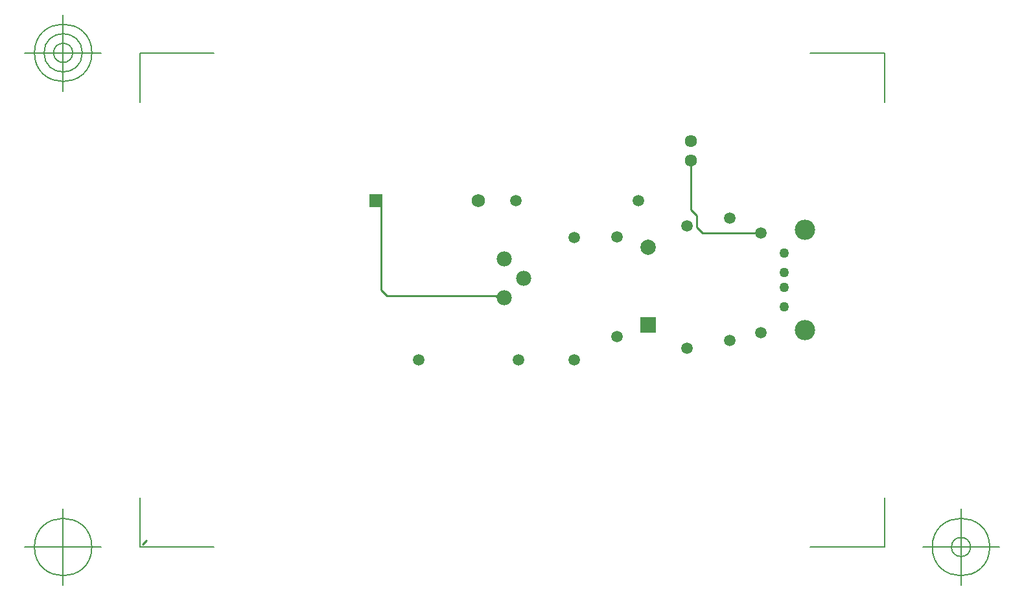
<source format=gbr>
G04 Generated by Ultiboard 13.0 *
%FSLAX25Y25*%
%MOIN*%

%ADD10C,0.00001*%
%ADD11C,0.01000*%
%ADD12C,0.00500*%
%ADD13C,0.05022*%
%ADD14C,0.10455*%
%ADD15C,0.05906*%
%ADD16C,0.07834*%
%ADD17C,0.07874*%
%ADD18R,0.07874X0.07874*%
%ADD19C,0.06334*%
%ADD20R,0.06900X0.06900*%
%ADD21C,0.06900*%


G04 ColorRGB 0000FF for the following layer *
%LNCopper Bottom*%
%LPD*%
G54D10*
G54D11*
X22000Y67000D02*
X24000Y69000D01*
X208000Y194000D02*
X204622Y194000D01*
X203740Y194882D01*
X147638Y194882D01*
X144685Y197835D01*
X144685Y244000D01*
X142000Y244000D01*
X340000Y227181D02*
X336795Y227181D01*
X336614Y227362D01*
X310039Y227362D01*
X307087Y230315D01*
X307087Y236220D01*
X304134Y239173D01*
X304134Y259843D01*
X304000Y259976D01*
X304000Y264442D01*
G54D12*
X20500Y65500D02*
X20500Y90950D01*
X20500Y65500D02*
X58804Y65500D01*
X403535Y65500D02*
X365232Y65500D01*
X403535Y65500D02*
X403535Y90950D01*
X403535Y320000D02*
X403535Y294550D01*
X403535Y320000D02*
X365232Y320000D01*
X20500Y320000D02*
X58804Y320000D01*
X20500Y320000D02*
X20500Y294550D01*
X815Y65500D02*
X-38555Y65500D01*
X-18870Y45815D02*
X-18870Y85185D01*
X-33634Y65500D02*
G75*
D01*
G02X-33634Y65500I14764J0*
G01*
X423220Y65500D02*
X462591Y65500D01*
X442906Y45815D02*
X442906Y85185D01*
X428142Y65500D02*
G75*
D01*
G02X428142Y65500I14764J0*
G01*
X437984Y65500D02*
G75*
D01*
G02X437984Y65500I4922J0*
G01*
X815Y320000D02*
X-38555Y320000D01*
X-18870Y300315D02*
X-18870Y339685D01*
X-33634Y320000D02*
G75*
D01*
G02X-33634Y320000I14764J0*
G01*
X-28713Y320000D02*
G75*
D01*
G02X-28713Y320000I9843J0*
G01*
X-23791Y320000D02*
G75*
D01*
G02X-23791Y320000I4921J0*
G01*
G54D13*
X352000Y189268D03*
X352000Y216827D03*
X352000Y206984D03*
X352000Y199110D03*
G54D14*
X362669Y177181D03*
X362669Y228913D03*
G54D15*
X324000Y234992D03*
X324000Y172000D03*
X302000Y230992D03*
X302000Y168000D03*
X244000Y224992D03*
X244000Y162000D03*
X266000Y225181D03*
X266000Y174000D03*
X340000Y227181D03*
X340000Y176000D03*
X276992Y244000D03*
X214000Y244000D03*
X215181Y162000D03*
X164000Y162000D03*
G54D16*
X218000Y204000D03*
X208000Y194000D03*
X208000Y214000D03*
G54D17*
X282000Y220000D03*
G54D18*
X282000Y180000D03*
G54D19*
X304000Y264442D03*
X304000Y274442D03*
G54D20*
X142000Y244000D03*
G54D21*
X194756Y244000D03*

M02*

</source>
